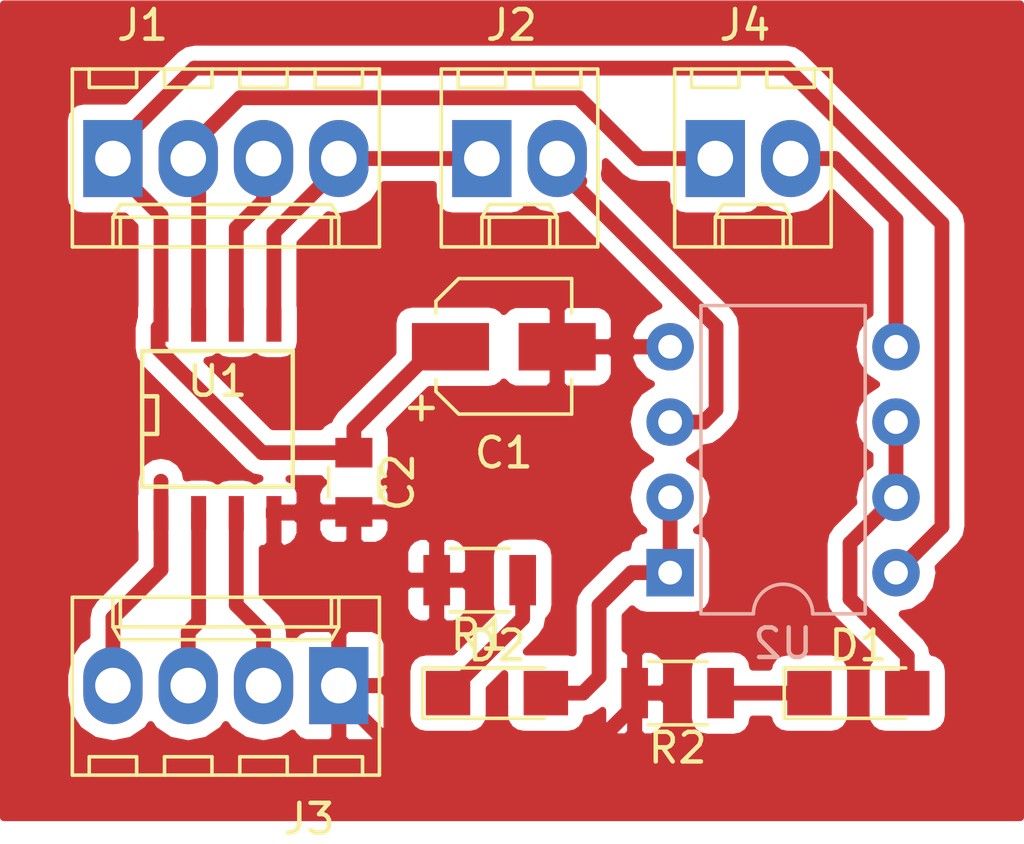
<source format=kicad_pcb>
(kicad_pcb (version 20170123) (host pcbnew "(2017-05-03 revision c70adcdf3)-master")

  (general
    (links 26)
    (no_connects 13)
    (area 16.51 14.5625 51.054001 43.9925)
    (thickness 1.6)
    (drawings 0)
    (tracks 86)
    (zones 0)
    (modules 12)
    (nets 15)
  )

  (page A4)
  (layers
    (0 F.Cu signal)
    (31 B.Cu signal)
    (32 B.Adhes user)
    (33 F.Adhes user)
    (34 B.Paste user)
    (35 F.Paste user)
    (36 B.SilkS user)
    (37 F.SilkS user)
    (38 B.Mask user)
    (39 F.Mask user)
    (40 Dwgs.User user)
    (41 Cmts.User user)
    (42 Eco1.User user)
    (43 Eco2.User user)
    (44 Edge.Cuts user)
    (45 Margin user)
    (46 B.CrtYd user)
    (47 F.CrtYd user)
    (48 B.Fab user)
    (49 F.Fab user)
  )

  (setup
    (last_trace_width 0.5)
    (trace_clearance 0.5)
    (zone_clearance 0.508)
    (zone_45_only no)
    (trace_min 0.2)
    (segment_width 0.2)
    (edge_width 0.15)
    (via_size 1.4)
    (via_drill 0.4)
    (via_min_size 0.4)
    (via_min_drill 0.3)
    (uvia_size 0.3)
    (uvia_drill 0.1)
    (uvias_allowed no)
    (uvia_min_size 0.2)
    (uvia_min_drill 0.1)
    (pcb_text_width 0.3)
    (pcb_text_size 1.5 1.5)
    (mod_edge_width 0.15)
    (mod_text_size 1 1)
    (mod_text_width 0.15)
    (pad_size 1.524 1.524)
    (pad_drill 0.762)
    (pad_to_mask_clearance 0.2)
    (aux_axis_origin 0 0)
    (visible_elements FFFFFF7F)
    (pcbplotparams
      (layerselection 0x00030_ffffffff)
      (usegerberextensions false)
      (excludeedgelayer true)
      (linewidth 0.100000)
      (plotframeref false)
      (viasonmask false)
      (mode 1)
      (useauxorigin false)
      (hpglpennumber 1)
      (hpglpenspeed 20)
      (hpglpendiameter 15)
      (psnegative false)
      (psa4output false)
      (plotreference true)
      (plotvalue true)
      (plotinvisibletext false)
      (padsonsilk false)
      (subtractmaskfromsilk false)
      (outputformat 1)
      (mirror false)
      (drillshape 1)
      (scaleselection 1)
      (outputdirectory ""))
  )

  (net 0 "")
  (net 1 /reset)
  (net 2 GND)
  (net 3 /mosi)
  (net 4 /miso)
  (net 5 /sck)
  (net 6 +3V3)
  (net 7 "Net-(D1-Pad2)")
  (net 8 "Net-(D1-Pad1)")
  (net 9 /adc3)
  (net 10 /adc2)
  (net 11 "Net-(D2-Pad1)")
  (net 12 "Net-(D2-Pad2)")
  (net 13 "Net-(J2-Pad2)")
  (net 14 "Net-(J4-Pad2)")

  (net_class Default "This is the default net class."
    (clearance 0.5)
    (trace_width 0.5)
    (via_dia 1.4)
    (via_drill 0.4)
    (uvia_dia 0.3)
    (uvia_drill 0.1)
    (add_net +3V3)
    (add_net /adc2)
    (add_net /adc3)
    (add_net /miso)
    (add_net /mosi)
    (add_net /reset)
    (add_net /sck)
    (add_net GND)
    (add_net "Net-(D1-Pad1)")
    (add_net "Net-(D1-Pad2)")
    (add_net "Net-(D2-Pad1)")
    (add_net "Net-(D2-Pad2)")
    (add_net "Net-(J2-Pad2)")
    (add_net "Net-(J4-Pad2)")
  )

  (module Connectors_Molex:Molex_KK-6410-02_02x2.54mm_Straight (layer F.Cu) (tedit 58EE6EE4) (tstamp 59300AF5)
    (at 40.64 20.32)
    (descr "Connector Headers with Friction Lock, 22-27-2021, http://www.molex.com/pdm_docs/sd/022272021_sd.pdf")
    (tags "connector molex kk_6410 22-27-2021")
    (path /592F633D)
    (fp_text reference J4 (at 1 -4.5) (layer F.SilkS)
      (effects (font (size 1 1) (thickness 0.15)))
    )
    (fp_text value CONN_01X02 (at 1.27 4.5) (layer F.Fab)
      (effects (font (size 1 1) (thickness 0.15)))
    )
    (fp_line (start -1.47 -3.12) (end -1.47 3.08) (layer F.Fab) (width 0.12))
    (fp_line (start -1.47 3.08) (end 4.01 3.08) (layer F.Fab) (width 0.12))
    (fp_line (start 4.01 3.08) (end 4.01 -3.12) (layer F.Fab) (width 0.12))
    (fp_line (start 4.01 -3.12) (end -1.47 -3.12) (layer F.Fab) (width 0.12))
    (fp_line (start -1.37 -3.02) (end -1.37 2.98) (layer F.SilkS) (width 0.12))
    (fp_line (start -1.37 2.98) (end 3.91 2.98) (layer F.SilkS) (width 0.12))
    (fp_line (start 3.91 2.98) (end 3.91 -3.02) (layer F.SilkS) (width 0.12))
    (fp_line (start 3.91 -3.02) (end -1.37 -3.02) (layer F.SilkS) (width 0.12))
    (fp_line (start 0 2.98) (end 0 1.98) (layer F.SilkS) (width 0.12))
    (fp_line (start 0 1.98) (end 2.54 1.98) (layer F.SilkS) (width 0.12))
    (fp_line (start 2.54 1.98) (end 2.54 2.98) (layer F.SilkS) (width 0.12))
    (fp_line (start 0 1.98) (end 0.25 1.55) (layer F.SilkS) (width 0.12))
    (fp_line (start 0.25 1.55) (end 2.29 1.55) (layer F.SilkS) (width 0.12))
    (fp_line (start 2.29 1.55) (end 2.54 1.98) (layer F.SilkS) (width 0.12))
    (fp_line (start 0.25 2.98) (end 0.25 1.98) (layer F.SilkS) (width 0.12))
    (fp_line (start 2.29 2.98) (end 2.29 1.98) (layer F.SilkS) (width 0.12))
    (fp_line (start -0.8 -3.02) (end -0.8 -2.4) (layer F.SilkS) (width 0.12))
    (fp_line (start -0.8 -2.4) (end 0.8 -2.4) (layer F.SilkS) (width 0.12))
    (fp_line (start 0.8 -2.4) (end 0.8 -3.02) (layer F.SilkS) (width 0.12))
    (fp_line (start 1.74 -3.02) (end 1.74 -2.4) (layer F.SilkS) (width 0.12))
    (fp_line (start 1.74 -2.4) (end 3.34 -2.4) (layer F.SilkS) (width 0.12))
    (fp_line (start 3.34 -2.4) (end 3.34 -3.02) (layer F.SilkS) (width 0.12))
    (fp_line (start -1.9 3.5) (end -1.9 -3.55) (layer F.CrtYd) (width 0.05))
    (fp_line (start -1.9 -3.55) (end 4.45 -3.55) (layer F.CrtYd) (width 0.05))
    (fp_line (start 4.45 -3.55) (end 4.45 3.5) (layer F.CrtYd) (width 0.05))
    (fp_line (start 4.45 3.5) (end -1.9 3.5) (layer F.CrtYd) (width 0.05))
    (fp_text user %R (at 1.27 0) (layer F.Fab)
      (effects (font (size 1 1) (thickness 0.15)))
    )
    (pad 1 thru_hole rect (at 0 0) (size 2 2.6) (drill 1.2) (layers *.Cu *.Mask)
      (net 5 /sck))
    (pad 2 thru_hole oval (at 2.54 0) (size 2 2.6) (drill 1.2) (layers *.Cu *.Mask)
      (net 14 "Net-(J4-Pad2)"))
    (model ${KISYS3DMOD}/Connectors_Molex.3dshapes/Molex_KK-6410-02_02x2.54mm_Straight.wrl
      (at (xyz 0 0 0))
      (scale (xyz 1 1 1))
      (rotate (xyz 0 0 0))
    )
  )

  (module Connectors_Molex:Molex_KK-6410-02_02x2.54mm_Straight (layer F.Cu) (tedit 58EE6EE4) (tstamp 59300A94)
    (at 32.766 20.32)
    (descr "Connector Headers with Friction Lock, 22-27-2021, http://www.molex.com/pdm_docs/sd/022272021_sd.pdf")
    (tags "connector molex kk_6410 22-27-2021")
    (path /592F64D6)
    (fp_text reference J2 (at 1 -4.5) (layer F.SilkS)
      (effects (font (size 1 1) (thickness 0.15)))
    )
    (fp_text value CONN_01X02 (at 1.27 4.5) (layer F.Fab)
      (effects (font (size 1 1) (thickness 0.15)))
    )
    (fp_text user %R (at 1.27 0) (layer F.Fab)
      (effects (font (size 1 1) (thickness 0.15)))
    )
    (fp_line (start 4.45 3.5) (end -1.9 3.5) (layer F.CrtYd) (width 0.05))
    (fp_line (start 4.45 -3.55) (end 4.45 3.5) (layer F.CrtYd) (width 0.05))
    (fp_line (start -1.9 -3.55) (end 4.45 -3.55) (layer F.CrtYd) (width 0.05))
    (fp_line (start -1.9 3.5) (end -1.9 -3.55) (layer F.CrtYd) (width 0.05))
    (fp_line (start 3.34 -2.4) (end 3.34 -3.02) (layer F.SilkS) (width 0.12))
    (fp_line (start 1.74 -2.4) (end 3.34 -2.4) (layer F.SilkS) (width 0.12))
    (fp_line (start 1.74 -3.02) (end 1.74 -2.4) (layer F.SilkS) (width 0.12))
    (fp_line (start 0.8 -2.4) (end 0.8 -3.02) (layer F.SilkS) (width 0.12))
    (fp_line (start -0.8 -2.4) (end 0.8 -2.4) (layer F.SilkS) (width 0.12))
    (fp_line (start -0.8 -3.02) (end -0.8 -2.4) (layer F.SilkS) (width 0.12))
    (fp_line (start 2.29 2.98) (end 2.29 1.98) (layer F.SilkS) (width 0.12))
    (fp_line (start 0.25 2.98) (end 0.25 1.98) (layer F.SilkS) (width 0.12))
    (fp_line (start 2.29 1.55) (end 2.54 1.98) (layer F.SilkS) (width 0.12))
    (fp_line (start 0.25 1.55) (end 2.29 1.55) (layer F.SilkS) (width 0.12))
    (fp_line (start 0 1.98) (end 0.25 1.55) (layer F.SilkS) (width 0.12))
    (fp_line (start 2.54 1.98) (end 2.54 2.98) (layer F.SilkS) (width 0.12))
    (fp_line (start 0 1.98) (end 2.54 1.98) (layer F.SilkS) (width 0.12))
    (fp_line (start 0 2.98) (end 0 1.98) (layer F.SilkS) (width 0.12))
    (fp_line (start 3.91 -3.02) (end -1.37 -3.02) (layer F.SilkS) (width 0.12))
    (fp_line (start 3.91 2.98) (end 3.91 -3.02) (layer F.SilkS) (width 0.12))
    (fp_line (start -1.37 2.98) (end 3.91 2.98) (layer F.SilkS) (width 0.12))
    (fp_line (start -1.37 -3.02) (end -1.37 2.98) (layer F.SilkS) (width 0.12))
    (fp_line (start 4.01 -3.12) (end -1.47 -3.12) (layer F.Fab) (width 0.12))
    (fp_line (start 4.01 3.08) (end 4.01 -3.12) (layer F.Fab) (width 0.12))
    (fp_line (start -1.47 3.08) (end 4.01 3.08) (layer F.Fab) (width 0.12))
    (fp_line (start -1.47 -3.12) (end -1.47 3.08) (layer F.Fab) (width 0.12))
    (pad 2 thru_hole oval (at 2.54 0) (size 2 2.6) (drill 1.2) (layers *.Cu *.Mask)
      (net 13 "Net-(J2-Pad2)"))
    (pad 1 thru_hole rect (at 0 0) (size 2 2.6) (drill 1.2) (layers *.Cu *.Mask)
      (net 3 /mosi))
    (model ${KISYS3DMOD}/Connectors_Molex.3dshapes/Molex_KK-6410-02_02x2.54mm_Straight.wrl
      (at (xyz 0 0 0))
      (scale (xyz 1 1 1))
      (rotate (xyz 0 0 0))
    )
  )

  (module Housings_DIP:DIP-8_W7.62mm (layer B.Cu) (tedit 58CC8E33) (tstamp 5930099D)
    (at 39.116 34.29)
    (descr "8-lead dip package, row spacing 7.62 mm (300 mils)")
    (tags "DIL DIP PDIP 2.54mm 7.62mm 300mil")
    (path /592F435A)
    (fp_text reference U2 (at 3.81 2.39) (layer B.SilkS)
      (effects (font (size 1 1) (thickness 0.15)) (justify mirror))
    )
    (fp_text value TL072 (at 3.81 -10.01) (layer B.Fab)
      (effects (font (size 1 1) (thickness 0.15)) (justify mirror))
    )
    (fp_arc (start 3.81 1.39) (end 2.81 1.39) (angle 180) (layer B.SilkS) (width 0.12))
    (fp_line (start 8.7 1.6) (end -1.1 1.6) (layer B.CrtYd) (width 0.05))
    (fp_line (start 8.7 -9.2) (end 8.7 1.6) (layer B.CrtYd) (width 0.05))
    (fp_line (start -1.1 -9.2) (end 8.7 -9.2) (layer B.CrtYd) (width 0.05))
    (fp_line (start -1.1 1.6) (end -1.1 -9.2) (layer B.CrtYd) (width 0.05))
    (fp_line (start 6.58 1.39) (end 4.81 1.39) (layer B.SilkS) (width 0.12))
    (fp_line (start 6.58 -9.01) (end 6.58 1.39) (layer B.SilkS) (width 0.12))
    (fp_line (start 1.04 -9.01) (end 6.58 -9.01) (layer B.SilkS) (width 0.12))
    (fp_line (start 1.04 1.39) (end 1.04 -9.01) (layer B.SilkS) (width 0.12))
    (fp_line (start 2.81 1.39) (end 1.04 1.39) (layer B.SilkS) (width 0.12))
    (fp_line (start 0.635 0.27) (end 1.635 1.27) (layer B.Fab) (width 0.1))
    (fp_line (start 0.635 -8.89) (end 0.635 0.27) (layer B.Fab) (width 0.1))
    (fp_line (start 6.985 -8.89) (end 0.635 -8.89) (layer B.Fab) (width 0.1))
    (fp_line (start 6.985 1.27) (end 6.985 -8.89) (layer B.Fab) (width 0.1))
    (fp_line (start 1.635 1.27) (end 6.985 1.27) (layer B.Fab) (width 0.1))
    (fp_text user %R (at 3.81 -3.81) (layer B.Fab)
      (effects (font (size 1 1) (thickness 0.15)) (justify mirror))
    )
    (pad 8 thru_hole oval (at 7.62 0) (size 1.6 1.6) (drill 0.8) (layers *.Cu *.Mask)
      (net 6 +3V3))
    (pad 4 thru_hole oval (at 0 -7.62) (size 1.6 1.6) (drill 0.8) (layers *.Cu *.Mask)
      (net 2 GND))
    (pad 7 thru_hole oval (at 7.62 -2.54) (size 1.6 1.6) (drill 0.8) (layers *.Cu *.Mask)
      (net 7 "Net-(D1-Pad2)"))
    (pad 3 thru_hole oval (at 0 -5.08) (size 1.6 1.6) (drill 0.8) (layers *.Cu *.Mask)
      (net 13 "Net-(J2-Pad2)"))
    (pad 6 thru_hole oval (at 7.62 -5.08) (size 1.6 1.6) (drill 0.8) (layers *.Cu *.Mask)
      (net 7 "Net-(D1-Pad2)"))
    (pad 2 thru_hole oval (at 0 -2.54) (size 1.6 1.6) (drill 0.8) (layers *.Cu *.Mask)
      (net 12 "Net-(D2-Pad2)"))
    (pad 5 thru_hole oval (at 7.62 -7.62) (size 1.6 1.6) (drill 0.8) (layers *.Cu *.Mask)
      (net 14 "Net-(J4-Pad2)"))
    (pad 1 thru_hole rect (at 0 0) (size 1.6 1.6) (drill 0.8) (layers *.Cu *.Mask)
      (net 12 "Net-(D2-Pad2)"))
    (model ${KISYS3DMOD}/Housings_DIP.3dshapes/DIP-8_W7.62mm.wrl
      (at (xyz 0 0 0))
      (scale (xyz 1 1 1))
      (rotate (xyz 0 0 0))
    )
  )

  (module LEDs:LED_1206 (layer F.Cu) (tedit 57FE943C) (tstamp 592F99B7)
    (at 33.274 38.354)
    (descr "LED 1206 smd package")
    (tags "LED led 1206 SMD smd SMT smt smdled SMDLED smtled SMTLED")
    (path /592F5A2B)
    (attr smd)
    (fp_text reference D2 (at 0 -1.6) (layer F.SilkS)
      (effects (font (size 1 1) (thickness 0.15)))
    )
    (fp_text value LED (at 0 1.7) (layer F.Fab)
      (effects (font (size 1 1) (thickness 0.15)))
    )
    (fp_line (start -2.65 -1) (end 2.65 -1) (layer F.CrtYd) (width 0.05))
    (fp_line (start -2.65 1) (end -2.65 -1) (layer F.CrtYd) (width 0.05))
    (fp_line (start 2.65 1) (end -2.65 1) (layer F.CrtYd) (width 0.05))
    (fp_line (start 2.65 -1) (end 2.65 1) (layer F.CrtYd) (width 0.05))
    (fp_line (start -2.45 -0.85) (end 1.6 -0.85) (layer F.SilkS) (width 0.12))
    (fp_line (start -2.45 0.85) (end 1.6 0.85) (layer F.SilkS) (width 0.12))
    (fp_line (start -1.6 0.8) (end -1.6 -0.8) (layer F.Fab) (width 0.1))
    (fp_line (start -1.6 -0.8) (end 1.6 -0.8) (layer F.Fab) (width 0.1))
    (fp_line (start 1.6 -0.8) (end 1.6 0.8) (layer F.Fab) (width 0.1))
    (fp_line (start 1.6 0.8) (end -1.6 0.8) (layer F.Fab) (width 0.1))
    (fp_line (start 0.2 -0.4) (end 0.2 0.4) (layer F.Fab) (width 0.1))
    (fp_line (start 0.2 0.4) (end -0.4 0) (layer F.Fab) (width 0.1))
    (fp_line (start -0.4 0) (end 0.2 -0.4) (layer F.Fab) (width 0.1))
    (fp_line (start -0.45 -0.4) (end -0.45 0.4) (layer F.Fab) (width 0.1))
    (fp_line (start -2.5 -0.85) (end -2.5 0.85) (layer F.SilkS) (width 0.12))
    (pad 1 smd rect (at -1.65 0 180) (size 1.5 1.5) (layers F.Cu F.Paste F.Mask)
      (net 11 "Net-(D2-Pad1)"))
    (pad 2 smd rect (at 1.65 0 180) (size 1.5 1.5) (layers F.Cu F.Paste F.Mask)
      (net 12 "Net-(D2-Pad2)"))
    (model LEDs.3dshapes/LED_1206.wrl
      (at (xyz 0 0 0))
      (scale (xyz 1 1 1))
      (rotate (xyz 0 0 180))
    )
  )

  (module Connectors_Molex:Molex_KK-6410-04_04x2.54mm_Straight (layer F.Cu) (tedit 58EE6EE8) (tstamp 592DDC29)
    (at 27.94 38.1 180)
    (descr "Connector Headers with Friction Lock, 22-27-2041, http://www.molex.com/pdm_docs/sd/022272021_sd.pdf")
    (tags "connector molex kk_6410 22-27-2041")
    (path /592A095B)
    (fp_text reference J3 (at 1 -4.5 180) (layer F.SilkS)
      (effects (font (size 1 1) (thickness 0.15)))
    )
    (fp_text value CONN_01X04 (at 3.81 4.5 180) (layer F.Fab)
      (effects (font (size 1 1) (thickness 0.15)))
    )
    (fp_text user %R (at 3.81 0 180) (layer F.Fab)
      (effects (font (size 1 1) (thickness 0.15)))
    )
    (fp_line (start 9.5 3.5) (end -1.9 3.5) (layer F.CrtYd) (width 0.05))
    (fp_line (start 9.5 -3.55) (end 9.5 3.5) (layer F.CrtYd) (width 0.05))
    (fp_line (start -1.9 -3.55) (end 9.5 -3.55) (layer F.CrtYd) (width 0.05))
    (fp_line (start -1.9 3.5) (end -1.9 -3.55) (layer F.CrtYd) (width 0.05))
    (fp_line (start 8.42 -2.4) (end 8.42 -3.02) (layer F.SilkS) (width 0.12))
    (fp_line (start 6.82 -2.4) (end 8.42 -2.4) (layer F.SilkS) (width 0.12))
    (fp_line (start 6.82 -3.02) (end 6.82 -2.4) (layer F.SilkS) (width 0.12))
    (fp_line (start 5.88 -2.4) (end 5.88 -3.02) (layer F.SilkS) (width 0.12))
    (fp_line (start 4.28 -2.4) (end 5.88 -2.4) (layer F.SilkS) (width 0.12))
    (fp_line (start 4.28 -3.02) (end 4.28 -2.4) (layer F.SilkS) (width 0.12))
    (fp_line (start 3.34 -2.4) (end 3.34 -3.02) (layer F.SilkS) (width 0.12))
    (fp_line (start 1.74 -2.4) (end 3.34 -2.4) (layer F.SilkS) (width 0.12))
    (fp_line (start 1.74 -3.02) (end 1.74 -2.4) (layer F.SilkS) (width 0.12))
    (fp_line (start 0.8 -2.4) (end 0.8 -3.02) (layer F.SilkS) (width 0.12))
    (fp_line (start -0.8 -2.4) (end 0.8 -2.4) (layer F.SilkS) (width 0.12))
    (fp_line (start -0.8 -3.02) (end -0.8 -2.4) (layer F.SilkS) (width 0.12))
    (fp_line (start 7.37 2.98) (end 7.37 1.98) (layer F.SilkS) (width 0.12))
    (fp_line (start 0.25 2.98) (end 0.25 1.98) (layer F.SilkS) (width 0.12))
    (fp_line (start 7.37 1.55) (end 7.62 1.98) (layer F.SilkS) (width 0.12))
    (fp_line (start 0.25 1.55) (end 7.37 1.55) (layer F.SilkS) (width 0.12))
    (fp_line (start 0 1.98) (end 0.25 1.55) (layer F.SilkS) (width 0.12))
    (fp_line (start 7.62 1.98) (end 7.62 2.98) (layer F.SilkS) (width 0.12))
    (fp_line (start 0 1.98) (end 7.62 1.98) (layer F.SilkS) (width 0.12))
    (fp_line (start 0 2.98) (end 0 1.98) (layer F.SilkS) (width 0.12))
    (fp_line (start 8.99 -3.02) (end -1.37 -3.02) (layer F.SilkS) (width 0.12))
    (fp_line (start 8.99 2.98) (end 8.99 -3.02) (layer F.SilkS) (width 0.12))
    (fp_line (start -1.37 2.98) (end 8.99 2.98) (layer F.SilkS) (width 0.12))
    (fp_line (start -1.37 -3.02) (end -1.37 2.98) (layer F.SilkS) (width 0.12))
    (fp_line (start 9.09 -3.12) (end -1.47 -3.12) (layer F.Fab) (width 0.12))
    (fp_line (start 9.09 3.08) (end 9.09 -3.12) (layer F.Fab) (width 0.12))
    (fp_line (start -1.47 3.08) (end 9.09 3.08) (layer F.Fab) (width 0.12))
    (fp_line (start -1.47 -3.12) (end -1.47 3.08) (layer F.Fab) (width 0.12))
    (pad 4 thru_hole oval (at 7.62 0 180) (size 2 2.6) (drill 1.2) (layers *.Cu *.Mask)
      (net 1 /reset))
    (pad 3 thru_hole oval (at 5.08 0 180) (size 2 2.6) (drill 1.2) (layers *.Cu *.Mask)
      (net 9 /adc3))
    (pad 2 thru_hole oval (at 2.54 0 180) (size 2 2.6) (drill 1.2) (layers *.Cu *.Mask)
      (net 10 /adc2))
    (pad 1 thru_hole rect (at 0 0 180) (size 2 2.6) (drill 1.2) (layers *.Cu *.Mask)
      (net 2 GND))
    (model ${KISYS3DMOD}/Connectors_Molex.3dshapes/Molex_KK-6410-04_04x2.54mm_Straight.wrl
      (at (xyz 0 0 0))
      (scale (xyz 1 1 1))
      (rotate (xyz 0 0 0))
    )
  )

  (module Connectors_Molex:Molex_KK-6410-04_04x2.54mm_Straight (layer F.Cu) (tedit 58EE6EE8) (tstamp 592DD542)
    (at 20.32 20.32)
    (descr "Connector Headers with Friction Lock, 22-27-2041, http://www.molex.com/pdm_docs/sd/022272021_sd.pdf")
    (tags "connector molex kk_6410 22-27-2041")
    (path /592A074B)
    (fp_text reference J1 (at 1 -4.5) (layer F.SilkS)
      (effects (font (size 1 1) (thickness 0.15)))
    )
    (fp_text value CONN_01X04 (at 3.81 4.5) (layer F.Fab)
      (effects (font (size 1 1) (thickness 0.15)))
    )
    (fp_text user %R (at 3.81 0) (layer F.Fab)
      (effects (font (size 1 1) (thickness 0.15)))
    )
    (fp_line (start 9.5 3.5) (end -1.9 3.5) (layer F.CrtYd) (width 0.05))
    (fp_line (start 9.5 -3.55) (end 9.5 3.5) (layer F.CrtYd) (width 0.05))
    (fp_line (start -1.9 -3.55) (end 9.5 -3.55) (layer F.CrtYd) (width 0.05))
    (fp_line (start -1.9 3.5) (end -1.9 -3.55) (layer F.CrtYd) (width 0.05))
    (fp_line (start 8.42 -2.4) (end 8.42 -3.02) (layer F.SilkS) (width 0.12))
    (fp_line (start 6.82 -2.4) (end 8.42 -2.4) (layer F.SilkS) (width 0.12))
    (fp_line (start 6.82 -3.02) (end 6.82 -2.4) (layer F.SilkS) (width 0.12))
    (fp_line (start 5.88 -2.4) (end 5.88 -3.02) (layer F.SilkS) (width 0.12))
    (fp_line (start 4.28 -2.4) (end 5.88 -2.4) (layer F.SilkS) (width 0.12))
    (fp_line (start 4.28 -3.02) (end 4.28 -2.4) (layer F.SilkS) (width 0.12))
    (fp_line (start 3.34 -2.4) (end 3.34 -3.02) (layer F.SilkS) (width 0.12))
    (fp_line (start 1.74 -2.4) (end 3.34 -2.4) (layer F.SilkS) (width 0.12))
    (fp_line (start 1.74 -3.02) (end 1.74 -2.4) (layer F.SilkS) (width 0.12))
    (fp_line (start 0.8 -2.4) (end 0.8 -3.02) (layer F.SilkS) (width 0.12))
    (fp_line (start -0.8 -2.4) (end 0.8 -2.4) (layer F.SilkS) (width 0.12))
    (fp_line (start -0.8 -3.02) (end -0.8 -2.4) (layer F.SilkS) (width 0.12))
    (fp_line (start 7.37 2.98) (end 7.37 1.98) (layer F.SilkS) (width 0.12))
    (fp_line (start 0.25 2.98) (end 0.25 1.98) (layer F.SilkS) (width 0.12))
    (fp_line (start 7.37 1.55) (end 7.62 1.98) (layer F.SilkS) (width 0.12))
    (fp_line (start 0.25 1.55) (end 7.37 1.55) (layer F.SilkS) (width 0.12))
    (fp_line (start 0 1.98) (end 0.25 1.55) (layer F.SilkS) (width 0.12))
    (fp_line (start 7.62 1.98) (end 7.62 2.98) (layer F.SilkS) (width 0.12))
    (fp_line (start 0 1.98) (end 7.62 1.98) (layer F.SilkS) (width 0.12))
    (fp_line (start 0 2.98) (end 0 1.98) (layer F.SilkS) (width 0.12))
    (fp_line (start 8.99 -3.02) (end -1.37 -3.02) (layer F.SilkS) (width 0.12))
    (fp_line (start 8.99 2.98) (end 8.99 -3.02) (layer F.SilkS) (width 0.12))
    (fp_line (start -1.37 2.98) (end 8.99 2.98) (layer F.SilkS) (width 0.12))
    (fp_line (start -1.37 -3.02) (end -1.37 2.98) (layer F.SilkS) (width 0.12))
    (fp_line (start 9.09 -3.12) (end -1.47 -3.12) (layer F.Fab) (width 0.12))
    (fp_line (start 9.09 3.08) (end 9.09 -3.12) (layer F.Fab) (width 0.12))
    (fp_line (start -1.47 3.08) (end 9.09 3.08) (layer F.Fab) (width 0.12))
    (fp_line (start -1.47 -3.12) (end -1.47 3.08) (layer F.Fab) (width 0.12))
    (pad 4 thru_hole oval (at 7.62 0) (size 2 2.6) (drill 1.2) (layers *.Cu *.Mask)
      (net 3 /mosi))
    (pad 3 thru_hole oval (at 5.08 0) (size 2 2.6) (drill 1.2) (layers *.Cu *.Mask)
      (net 4 /miso))
    (pad 2 thru_hole oval (at 2.54 0) (size 2 2.6) (drill 1.2) (layers *.Cu *.Mask)
      (net 5 /sck))
    (pad 1 thru_hole rect (at 0 0) (size 2 2.6) (drill 1.2) (layers *.Cu *.Mask)
      (net 6 +3V3))
    (model ${KISYS3DMOD}/Connectors_Molex.3dshapes/Molex_KK-6410-04_04x2.54mm_Straight.wrl
      (at (xyz 0 0 0))
      (scale (xyz 1 1 1))
      (rotate (xyz 0 0 0))
    )
  )

  (module Capacitors_SMD:CP_Elec_4x4.5 (layer F.Cu) (tedit 58AA85E3) (tstamp 592CEF3F)
    (at 33.506 26.67)
    (descr "SMT capacitor, aluminium electrolytic, 4x4.5")
    (path /5929F521)
    (attr smd)
    (fp_text reference C1 (at 0 3.58 180) (layer F.SilkS)
      (effects (font (size 1 1) (thickness 0.15)))
    )
    (fp_text value 4.7u (at 0 -3.45 180) (layer F.Fab)
      (effects (font (size 1 1) (thickness 0.15)))
    )
    (fp_line (start 3.35 2.37) (end -3.35 2.37) (layer F.CrtYd) (width 0.05))
    (fp_line (start 3.35 2.37) (end 3.35 -2.4) (layer F.CrtYd) (width 0.05))
    (fp_line (start -3.35 -2.4) (end -3.35 2.37) (layer F.CrtYd) (width 0.05))
    (fp_line (start -3.35 -2.4) (end 3.35 -2.4) (layer F.CrtYd) (width 0.05))
    (fp_line (start -1.52 2.27) (end -2.29 1.51) (layer F.SilkS) (width 0.12))
    (fp_line (start -1.52 2.27) (end 2.29 2.27) (layer F.SilkS) (width 0.12))
    (fp_line (start -1.52 -2.3) (end -2.29 -1.54) (layer F.SilkS) (width 0.12))
    (fp_line (start -1.52 -2.3) (end 2.29 -2.3) (layer F.SilkS) (width 0.12))
    (fp_line (start -2.29 -1.54) (end -2.29 -1.13) (layer F.SilkS) (width 0.12))
    (fp_line (start -2.29 1.51) (end -2.29 1.1) (layer F.SilkS) (width 0.12))
    (fp_line (start 2.29 2.27) (end 2.29 1.1) (layer F.SilkS) (width 0.12))
    (fp_line (start 2.29 -2.3) (end 2.29 -1.13) (layer F.SilkS) (width 0.12))
    (fp_line (start 2.13 -2.15) (end -1.46 -2.15) (layer F.Fab) (width 0.1))
    (fp_line (start -1.46 -2.15) (end -2.13 -1.47) (layer F.Fab) (width 0.1))
    (fp_line (start -2.13 -1.47) (end -2.13 1.45) (layer F.Fab) (width 0.1))
    (fp_line (start -2.13 1.45) (end -1.46 2.12) (layer F.Fab) (width 0.1))
    (fp_line (start -1.46 2.12) (end 2.13 2.12) (layer F.Fab) (width 0.1))
    (fp_line (start 2.13 2.12) (end 2.13 -2.15) (layer F.Fab) (width 0.1))
    (fp_text user %R (at 0 3.58 180) (layer F.Fab)
      (effects (font (size 1 1) (thickness 0.15)))
    )
    (fp_text user + (at -2.78 1.99 180) (layer F.SilkS)
      (effects (font (size 1 1) (thickness 0.15)))
    )
    (fp_text user + (at -1.24 -0.08) (layer F.Fab)
      (effects (font (size 1 1) (thickness 0.15)))
    )
    (fp_circle (center 0 0) (end 0.1 2.1) (layer F.Fab) (width 0.1))
    (pad 2 smd rect (at 1.8 0 180) (size 2.6 1.6) (layers F.Cu F.Paste F.Mask)
      (net 2 GND))
    (pad 1 smd rect (at -1.8 0 180) (size 2.6 1.6) (layers F.Cu F.Paste F.Mask)
      (net 6 +3V3))
    (model Capacitors_SMD.3dshapes/CP_Elec_4x4.5.wrl
      (at (xyz 0 0 0))
      (scale (xyz 1 1 1))
      (rotate (xyz 0 0 180))
    )
  )

  (module Capacitors_SMD:C_0805 (layer F.Cu) (tedit 58AA8463) (tstamp 592CEF03)
    (at 28.448 31.242 270)
    (descr "Capacitor SMD 0805, reflow soldering, AVX (see smccp.pdf)")
    (tags "capacitor 0805")
    (path /5929F748)
    (attr smd)
    (fp_text reference C2 (at 0 -1.5 270) (layer F.SilkS)
      (effects (font (size 1 1) (thickness 0.15)))
    )
    (fp_text value 0.1u (at 0 1.75 270) (layer F.Fab)
      (effects (font (size 1 1) (thickness 0.15)))
    )
    (fp_line (start 1.75 0.87) (end -1.75 0.87) (layer F.CrtYd) (width 0.05))
    (fp_line (start 1.75 0.87) (end 1.75 -0.88) (layer F.CrtYd) (width 0.05))
    (fp_line (start -1.75 -0.88) (end -1.75 0.87) (layer F.CrtYd) (width 0.05))
    (fp_line (start -1.75 -0.88) (end 1.75 -0.88) (layer F.CrtYd) (width 0.05))
    (fp_line (start -0.5 0.85) (end 0.5 0.85) (layer F.SilkS) (width 0.12))
    (fp_line (start 0.5 -0.85) (end -0.5 -0.85) (layer F.SilkS) (width 0.12))
    (fp_line (start -1 -0.62) (end 1 -0.62) (layer F.Fab) (width 0.1))
    (fp_line (start 1 -0.62) (end 1 0.62) (layer F.Fab) (width 0.1))
    (fp_line (start 1 0.62) (end -1 0.62) (layer F.Fab) (width 0.1))
    (fp_line (start -1 0.62) (end -1 -0.62) (layer F.Fab) (width 0.1))
    (fp_text user %R (at 0 -1.5 270) (layer F.Fab)
      (effects (font (size 1 1) (thickness 0.15)))
    )
    (pad 2 smd rect (at 1 0 270) (size 1 1.25) (layers F.Cu F.Paste F.Mask)
      (net 2 GND))
    (pad 1 smd rect (at -1 0 270) (size 1 1.25) (layers F.Cu F.Paste F.Mask)
      (net 6 +3V3))
    (model Capacitors_SMD.3dshapes/C_0805.wrl
      (at (xyz 0 0 0))
      (scale (xyz 1 1 1))
      (rotate (xyz 0 0 0))
    )
  )

  (module LEDs:LED_1206 (layer F.Cu) (tedit 57FE943C) (tstamp 592C7EEB)
    (at 45.466 38.354)
    (descr "LED 1206 smd package")
    (tags "LED led 1206 SMD smd SMT smt smdled SMDLED smtled SMTLED")
    (path /5929E3D9)
    (attr smd)
    (fp_text reference D1 (at 0 -1.6) (layer F.SilkS)
      (effects (font (size 1 1) (thickness 0.15)))
    )
    (fp_text value LED (at 0 1.7) (layer F.Fab)
      (effects (font (size 1 1) (thickness 0.15)))
    )
    (fp_line (start -2.65 -1) (end 2.65 -1) (layer F.CrtYd) (width 0.05))
    (fp_line (start -2.65 1) (end -2.65 -1) (layer F.CrtYd) (width 0.05))
    (fp_line (start 2.65 1) (end -2.65 1) (layer F.CrtYd) (width 0.05))
    (fp_line (start 2.65 -1) (end 2.65 1) (layer F.CrtYd) (width 0.05))
    (fp_line (start -2.45 -0.85) (end 1.6 -0.85) (layer F.SilkS) (width 0.12))
    (fp_line (start -2.45 0.85) (end 1.6 0.85) (layer F.SilkS) (width 0.12))
    (fp_line (start -1.6 0.8) (end -1.6 -0.8) (layer F.Fab) (width 0.1))
    (fp_line (start -1.6 -0.8) (end 1.6 -0.8) (layer F.Fab) (width 0.1))
    (fp_line (start 1.6 -0.8) (end 1.6 0.8) (layer F.Fab) (width 0.1))
    (fp_line (start 1.6 0.8) (end -1.6 0.8) (layer F.Fab) (width 0.1))
    (fp_line (start 0.2 -0.4) (end 0.2 0.4) (layer F.Fab) (width 0.1))
    (fp_line (start 0.2 0.4) (end -0.4 0) (layer F.Fab) (width 0.1))
    (fp_line (start -0.4 0) (end 0.2 -0.4) (layer F.Fab) (width 0.1))
    (fp_line (start -0.45 -0.4) (end -0.45 0.4) (layer F.Fab) (width 0.1))
    (fp_line (start -2.5 -0.85) (end -2.5 0.85) (layer F.SilkS) (width 0.12))
    (pad 1 smd rect (at -1.65 0 180) (size 1.5 1.5) (layers F.Cu F.Paste F.Mask)
      (net 8 "Net-(D1-Pad1)"))
    (pad 2 smd rect (at 1.65 0 180) (size 1.5 1.5) (layers F.Cu F.Paste F.Mask)
      (net 7 "Net-(D1-Pad2)"))
    (model LEDs.3dshapes/LED_1206.wrl
      (at (xyz 0 0 0))
      (scale (xyz 1 1 1))
      (rotate (xyz 0 0 180))
    )
  )

  (module Resistors_SMD:R_1206 (layer F.Cu) (tedit 58E0A804) (tstamp 592C7EB6)
    (at 39.37 38.354 180)
    (descr "Resistor SMD 1206, reflow soldering, Vishay (see dcrcw.pdf)")
    (tags "resistor 1206")
    (path /5929E476)
    (attr smd)
    (fp_text reference R2 (at 0 -1.85 180) (layer F.SilkS)
      (effects (font (size 1 1) (thickness 0.15)))
    )
    (fp_text value 220 (at 0 1.95 180) (layer F.Fab)
      (effects (font (size 1 1) (thickness 0.15)))
    )
    (fp_text user %R (at 0 0 180) (layer F.Fab)
      (effects (font (size 0.7 0.7) (thickness 0.105)))
    )
    (fp_line (start -1.6 0.8) (end -1.6 -0.8) (layer F.Fab) (width 0.1))
    (fp_line (start 1.6 0.8) (end -1.6 0.8) (layer F.Fab) (width 0.1))
    (fp_line (start 1.6 -0.8) (end 1.6 0.8) (layer F.Fab) (width 0.1))
    (fp_line (start -1.6 -0.8) (end 1.6 -0.8) (layer F.Fab) (width 0.1))
    (fp_line (start 1 1.07) (end -1 1.07) (layer F.SilkS) (width 0.12))
    (fp_line (start -1 -1.07) (end 1 -1.07) (layer F.SilkS) (width 0.12))
    (fp_line (start -2.15 -1.11) (end 2.15 -1.11) (layer F.CrtYd) (width 0.05))
    (fp_line (start -2.15 -1.11) (end -2.15 1.1) (layer F.CrtYd) (width 0.05))
    (fp_line (start 2.15 1.1) (end 2.15 -1.11) (layer F.CrtYd) (width 0.05))
    (fp_line (start 2.15 1.1) (end -2.15 1.1) (layer F.CrtYd) (width 0.05))
    (pad 1 smd rect (at -1.45 0 180) (size 0.9 1.7) (layers F.Cu F.Paste F.Mask)
      (net 8 "Net-(D1-Pad1)"))
    (pad 2 smd rect (at 1.45 0 180) (size 0.9 1.7) (layers F.Cu F.Paste F.Mask)
      (net 2 GND))
    (model ${KISYS3DMOD}/Resistors_SMD.3dshapes/R_1206.wrl
      (at (xyz 0 0 0))
      (scale (xyz 1 1 1))
      (rotate (xyz 0 0 0))
    )
  )

  (module Resistors_SMD:R_1206 (layer F.Cu) (tedit 58E0A804) (tstamp 592C7E85)
    (at 32.692 34.544 180)
    (descr "Resistor SMD 1206, reflow soldering, Vishay (see dcrcw.pdf)")
    (tags "resistor 1206")
    (path /592F5A31)
    (attr smd)
    (fp_text reference R1 (at 0 -1.85 180) (layer F.SilkS)
      (effects (font (size 1 1) (thickness 0.15)))
    )
    (fp_text value 220 (at 0 1.95 180) (layer F.Fab)
      (effects (font (size 1 1) (thickness 0.15)))
    )
    (fp_line (start 2.15 1.1) (end -2.15 1.1) (layer F.CrtYd) (width 0.05))
    (fp_line (start 2.15 1.1) (end 2.15 -1.11) (layer F.CrtYd) (width 0.05))
    (fp_line (start -2.15 -1.11) (end -2.15 1.1) (layer F.CrtYd) (width 0.05))
    (fp_line (start -2.15 -1.11) (end 2.15 -1.11) (layer F.CrtYd) (width 0.05))
    (fp_line (start -1 -1.07) (end 1 -1.07) (layer F.SilkS) (width 0.12))
    (fp_line (start 1 1.07) (end -1 1.07) (layer F.SilkS) (width 0.12))
    (fp_line (start -1.6 -0.8) (end 1.6 -0.8) (layer F.Fab) (width 0.1))
    (fp_line (start 1.6 -0.8) (end 1.6 0.8) (layer F.Fab) (width 0.1))
    (fp_line (start 1.6 0.8) (end -1.6 0.8) (layer F.Fab) (width 0.1))
    (fp_line (start -1.6 0.8) (end -1.6 -0.8) (layer F.Fab) (width 0.1))
    (fp_text user %R (at 0 0 180) (layer F.Fab)
      (effects (font (size 0.7 0.7) (thickness 0.105)))
    )
    (pad 2 smd rect (at 1.45 0 180) (size 0.9 1.7) (layers F.Cu F.Paste F.Mask)
      (net 2 GND))
    (pad 1 smd rect (at -1.45 0 180) (size 0.9 1.7) (layers F.Cu F.Paste F.Mask)
      (net 11 "Net-(D2-Pad1)"))
    (model ${KISYS3DMOD}/Resistors_SMD.3dshapes/R_1206.wrl
      (at (xyz 0 0 0))
      (scale (xyz 1 1 1))
      (rotate (xyz 0 0 0))
    )
  )

  (module SMD_Packages:SOIC-8-N (layer F.Cu) (tedit 0) (tstamp 592C7E50)
    (at 23.845952 29.1025)
    (descr "Module Narrow CMS SOJ 8 pins large")
    (tags "CMS SOJ")
    (path /5929DFA9)
    (attr smd)
    (fp_text reference U1 (at 0 -1.27) (layer F.SilkS)
      (effects (font (size 1 1) (thickness 0.15)))
    )
    (fp_text value ATTINY13A-SU (at 0 1.27) (layer F.Fab)
      (effects (font (size 1 1) (thickness 0.15)))
    )
    (fp_line (start -2.032 0.508) (end -2.54 0.508) (layer F.SilkS) (width 0.15))
    (fp_line (start -2.032 -0.762) (end -2.032 0.508) (layer F.SilkS) (width 0.15))
    (fp_line (start -2.54 -0.762) (end -2.032 -0.762) (layer F.SilkS) (width 0.15))
    (fp_line (start -2.54 2.286) (end -2.54 -2.286) (layer F.SilkS) (width 0.15))
    (fp_line (start 2.54 2.286) (end -2.54 2.286) (layer F.SilkS) (width 0.15))
    (fp_line (start 2.54 -2.286) (end 2.54 2.286) (layer F.SilkS) (width 0.15))
    (fp_line (start -2.54 -2.286) (end 2.54 -2.286) (layer F.SilkS) (width 0.15))
    (pad 1 smd rect (at -1.905 3.175) (size 0.508 1.143) (layers F.Cu F.Paste F.Mask)
      (net 1 /reset))
    (pad 2 smd rect (at -0.635 3.175) (size 0.508 1.143) (layers F.Cu F.Paste F.Mask)
      (net 9 /adc3))
    (pad 3 smd rect (at 0.635 3.175) (size 0.508 1.143) (layers F.Cu F.Paste F.Mask)
      (net 10 /adc2))
    (pad 4 smd rect (at 1.905 3.175) (size 0.508 1.143) (layers F.Cu F.Paste F.Mask)
      (net 2 GND))
    (pad 5 smd rect (at 1.905 -3.175) (size 0.508 1.143) (layers F.Cu F.Paste F.Mask)
      (net 3 /mosi))
    (pad 6 smd rect (at 0.635 -3.175) (size 0.508 1.143) (layers F.Cu F.Paste F.Mask)
      (net 4 /miso))
    (pad 7 smd rect (at -0.635 -3.175) (size 0.508 1.143) (layers F.Cu F.Paste F.Mask)
      (net 5 /sck))
    (pad 8 smd rect (at -1.905 -3.175) (size 0.508 1.143) (layers F.Cu F.Paste F.Mask)
      (net 6 +3V3))
    (model SMD_Packages.3dshapes/SOIC-8-N.wrl
      (at (xyz 0 0 0))
      (scale (xyz 0.5 0.38 0.5))
      (rotate (xyz 0 0 0))
    )
  )

  (segment (start 21.940952 32.2775) (end 21.940952 34.193048) (width 0.5) (layer F.Cu) (net 1))
  (segment (start 21.940952 34.193048) (end 20.32 35.814) (width 0.5) (layer F.Cu) (net 1))
  (segment (start 20.32 35.814) (end 20.32 38.1) (width 0.5) (layer F.Cu) (net 1))
  (segment (start 21.940952 32.2775) (end 21.940952 31.206) (width 0.5) (layer F.Cu) (net 1))
  (segment (start 37.92 38.354) (end 37.92 38.754) (width 0.5) (layer F.Cu) (net 2))
  (segment (start 37.92 38.754) (end 36.774 39.9) (width 0.5) (layer F.Cu) (net 2))
  (segment (start 36.774 39.9) (end 29.44 39.9) (width 0.5) (layer F.Cu) (net 2))
  (segment (start 29.44 39.9) (end 27.94 38.4) (width 0.5) (layer F.Cu) (net 2))
  (segment (start 27.94 38.4) (end 27.94 38.1) (width 0.5) (layer F.Cu) (net 2))
  (segment (start 28.448 32.242) (end 30.988 32.242) (width 0.5) (layer F.Cu) (net 2))
  (segment (start 30.988 32.242) (end 31.034 32.242) (width 0.5) (layer F.Cu) (net 2))
  (segment (start 31.242 34.544) (end 31.242 33.194) (width 0.5) (layer F.Cu) (net 2))
  (segment (start 31.242 33.194) (end 30.988 32.94) (width 0.5) (layer F.Cu) (net 2))
  (segment (start 30.988 32.94) (end 30.988 32.242) (width 0.5) (layer F.Cu) (net 2))
  (segment (start 39.116 26.67) (end 35.306 26.67) (width 0.5) (layer F.Cu) (net 2))
  (segment (start 25.750952 34.066952) (end 27.752 36.068) (width 0.5) (layer F.Cu) (net 2))
  (segment (start 27.752 36.068) (end 27.94 36.256) (width 0.5) (layer F.Cu) (net 2))
  (segment (start 28.448 32.242) (end 25.786452 32.242) (width 0.5) (layer F.Cu) (net 2))
  (segment (start 25.786452 32.242) (end 25.750952 32.2775) (width 0.5) (layer F.Cu) (net 2))
  (segment (start 31.034 32.242) (end 35.306 27.97) (width 0.5) (layer F.Cu) (net 2))
  (segment (start 35.306 27.97) (end 35.306 26.67) (width 0.5) (layer F.Cu) (net 2))
  (segment (start 27.94 36.256) (end 27.94 38.1) (width 0.5) (layer F.Cu) (net 2))
  (segment (start 25.750952 32.2775) (end 25.750952 34.066952) (width 0.5) (layer F.Cu) (net 2))
  (segment (start 32.766 20.32) (end 27.94 20.32) (width 0.5) (layer F.Cu) (net 3))
  (segment (start 25.750952 25.9275) (end 25.750952 22.809048) (width 0.5) (layer F.Cu) (net 3))
  (segment (start 25.750952 22.809048) (end 27.94 20.62) (width 0.5) (layer F.Cu) (net 3))
  (segment (start 27.94 20.62) (end 27.94 20.32) (width 0.5) (layer F.Cu) (net 3))
  (segment (start 25.750952 25.9275) (end 25.750952 25.61) (width 0.5) (layer F.Cu) (net 3))
  (segment (start 24.480952 25.9275) (end 24.480952 22.664821) (width 0.5) (layer F.Cu) (net 4))
  (segment (start 24.480952 22.664821) (end 25.4 21.745773) (width 0.5) (layer F.Cu) (net 4))
  (segment (start 25.4 21.745773) (end 25.4 20.32) (width 0.5) (layer F.Cu) (net 4))
  (segment (start 40.64 20.32) (end 38.080887 20.32) (width 0.5) (layer F.Cu) (net 5))
  (segment (start 38.080887 20.32) (end 36.030877 18.26999) (width 0.5) (layer F.Cu) (net 5))
  (segment (start 36.030877 18.26999) (end 24.61001 18.26999) (width 0.5) (layer F.Cu) (net 5))
  (segment (start 24.61001 18.26999) (end 22.86 20.02) (width 0.5) (layer F.Cu) (net 5))
  (segment (start 22.86 20.02) (end 22.86 20.32) (width 0.5) (layer F.Cu) (net 5))
  (segment (start 23.210952 25.9275) (end 23.210952 20.670952) (width 0.5) (layer F.Cu) (net 5))
  (segment (start 23.210952 20.670952) (end 22.86 20.32) (width 0.5) (layer F.Cu) (net 5))
  (segment (start 46.736 34.29) (end 48.286001 32.739999) (width 0.5) (layer F.Cu) (net 6))
  (segment (start 48.286001 32.739999) (end 48.286001 22.511775) (width 0.5) (layer F.Cu) (net 6))
  (segment (start 48.286001 22.511775) (end 43.044206 17.26998) (width 0.5) (layer F.Cu) (net 6))
  (segment (start 43.044206 17.26998) (end 23.07002 17.26998) (width 0.5) (layer F.Cu) (net 6))
  (segment (start 23.07002 17.26998) (end 20.32 20.02) (width 0.5) (layer F.Cu) (net 6))
  (segment (start 20.32 20.02) (end 20.32 20.32) (width 0.5) (layer F.Cu) (net 6))
  (segment (start 31.706 26.67) (end 31.206 26.67) (width 0.5) (layer F.Cu) (net 6))
  (segment (start 31.206 26.67) (end 28.448 29.428) (width 0.5) (layer F.Cu) (net 6))
  (segment (start 28.448 29.428) (end 28.448 30.242) (width 0.5) (layer F.Cu) (net 6))
  (segment (start 28.448 30.242) (end 25.34995 30.242) (width 0.5) (layer F.Cu) (net 6))
  (segment (start 25.34995 30.242) (end 21.844 26.73605) (width 0.5) (layer F.Cu) (net 6))
  (segment (start 21.844 26.73605) (end 21.844 26.024452) (width 0.5) (layer F.Cu) (net 6))
  (segment (start 21.844 26.024452) (end 21.940952 25.9275) (width 0.5) (layer F.Cu) (net 6))
  (segment (start 21.940952 25.9275) (end 21.940952 22.240952) (width 0.5) (layer F.Cu) (net 6))
  (segment (start 21.940952 22.240952) (end 20.32 20.62) (width 0.5) (layer F.Cu) (net 6))
  (segment (start 20.32 20.62) (end 20.32 20.32) (width 0.5) (layer F.Cu) (net 6))
  (segment (start 46.736 29.21) (end 46.736 31.75) (width 0.5) (layer F.Cu) (net 7))
  (segment (start 47.116 38.354) (end 47.116 37.104) (width 0.5) (layer F.Cu) (net 7))
  (segment (start 45.185999 35.173999) (end 45.185999 33.300001) (width 0.5) (layer F.Cu) (net 7))
  (segment (start 47.116 37.104) (end 45.185999 35.173999) (width 0.5) (layer F.Cu) (net 7))
  (segment (start 45.185999 33.300001) (end 45.936001 32.549999) (width 0.5) (layer F.Cu) (net 7))
  (segment (start 45.936001 32.549999) (end 46.736 31.75) (width 0.5) (layer F.Cu) (net 7))
  (segment (start 43.816 38.354) (end 40.82 38.354) (width 0.5) (layer F.Cu) (net 8))
  (segment (start 23.210952 32.2775) (end 23.210952 35.949048) (width 0.5) (layer F.Cu) (net 9))
  (segment (start 23.210952 35.949048) (end 22.86 36.3) (width 0.5) (layer F.Cu) (net 9))
  (segment (start 22.86 36.3) (end 22.86 38.1) (width 0.5) (layer F.Cu) (net 9))
  (segment (start 24.480952 32.2775) (end 24.480952 35.380952) (width 0.5) (layer F.Cu) (net 10))
  (segment (start 24.480952 35.380952) (end 25.4 36.3) (width 0.5) (layer F.Cu) (net 10))
  (segment (start 25.4 36.3) (end 25.4 38.1) (width 0.5) (layer F.Cu) (net 10))
  (segment (start 34.142 34.544) (end 34.142 35.836) (width 0.5) (layer F.Cu) (net 11))
  (segment (start 34.142 35.836) (end 31.624 38.354) (width 0.5) (layer F.Cu) (net 11))
  (segment (start 39.116 31.75) (end 39.116 34.29) (width 0.5) (layer F.Cu) (net 12))
  (segment (start 34.924 38.354) (end 36.174 38.354) (width 0.5) (layer F.Cu) (net 12))
  (segment (start 36.174 38.354) (end 36.719999 37.808001) (width 0.5) (layer F.Cu) (net 12))
  (segment (start 36.719999 37.808001) (end 36.719999 35.386001) (width 0.5) (layer F.Cu) (net 12))
  (segment (start 36.719999 35.386001) (end 37.816 34.29) (width 0.5) (layer F.Cu) (net 12))
  (segment (start 37.816 34.29) (end 39.116 34.29) (width 0.5) (layer F.Cu) (net 12))
  (segment (start 39.116 29.21) (end 40.24737 29.21) (width 0.5) (layer F.Cu) (net 13))
  (segment (start 40.666001 25.980001) (end 35.306 20.62) (width 0.5) (layer F.Cu) (net 13))
  (segment (start 40.24737 29.21) (end 40.666001 28.791369) (width 0.5) (layer F.Cu) (net 13))
  (segment (start 40.666001 28.791369) (end 40.666001 25.980001) (width 0.5) (layer F.Cu) (net 13))
  (segment (start 35.306 20.62) (end 35.306 20.32) (width 0.5) (layer F.Cu) (net 13))
  (segment (start 35.306 20.574) (end 35.306 20.32) (width 0.5) (layer F.Cu) (net 13))
  (segment (start 36.068 21.082) (end 35.306 20.32) (width 0.5) (layer F.Cu) (net 13))
  (segment (start 46.736 26.67) (end 46.736 22.376) (width 0.5) (layer F.Cu) (net 14))
  (segment (start 46.736 22.376) (end 44.68 20.32) (width 0.5) (layer F.Cu) (net 14))
  (segment (start 44.68 20.32) (end 43.18 20.32) (width 0.5) (layer F.Cu) (net 14))
  (segment (start 43.18 20.62) (end 43.18 20.32) (width 0.5) (layer F.Cu) (net 14))

  (zone (net 2) (net_name GND) (layer F.Cu) (tstamp 0) (hatch edge 0.508)
    (connect_pads (clearance 0.508))
    (min_thickness 0.254)
    (fill yes (arc_segments 16) (thermal_gap 0.508) (thermal_bridge_width 0.508))
    (polygon
      (pts
        (xy 16.51 14.986) (xy 16.51 42.672) (xy 51.054 42.672) (xy 51.054 14.986)
      )
    )
    (filled_polygon
      (pts
        (xy 50.927 42.545) (xy 16.637 42.545) (xy 16.637 19.02) (xy 18.67256 19.02) (xy 18.67256 21.62)
        (xy 18.721843 21.867765) (xy 18.862191 22.077809) (xy 19.072235 22.218157) (xy 19.32 22.26744) (xy 20.715861 22.26744)
        (xy 21.055952 22.607531) (xy 21.055952 25.27335) (xy 21.039512 25.356) (xy 21.039512 25.666104) (xy 21.026367 25.685777)
        (xy 21.026367 25.685778) (xy 20.958999 26.024452) (xy 20.959 26.024457) (xy 20.959 26.736045) (xy 20.958999 26.73605)
        (xy 20.98465 26.865002) (xy 21.026367 27.074725) (xy 21.122869 27.219151) (xy 21.21821 27.36184) (xy 24.724158 30.867787)
        (xy 24.72416 30.86779) (xy 25.011275 31.059633) (xy 25.067466 31.07081) (xy 25.272593 31.111613) (xy 25.137254 31.167673)
        (xy 25.11122 31.193707) (xy 24.982717 31.107843) (xy 24.734952 31.05856) (xy 24.226952 31.05856) (xy 23.979187 31.107843)
        (xy 23.845952 31.196868) (xy 23.712717 31.107843) (xy 23.464952 31.05856) (xy 22.956952 31.05856) (xy 22.802726 31.089237)
        (xy 22.758585 30.867325) (xy 22.566742 30.58021) (xy 22.279627 30.388367) (xy 21.940952 30.321) (xy 21.602277 30.388367)
        (xy 21.315162 30.58021) (xy 21.123319 30.867325) (xy 21.055952 31.206) (xy 21.055952 31.62335) (xy 21.039512 31.706)
        (xy 21.039512 32.849) (xy 21.055952 32.93165) (xy 21.055952 33.826469) (xy 19.69421 35.18821) (xy 19.502367 35.475325)
        (xy 19.502367 35.475326) (xy 19.434999 35.814) (xy 19.435 35.814005) (xy 19.435 36.424815) (xy 19.16388 36.605971)
        (xy 18.809457 37.136404) (xy 18.685 37.762091) (xy 18.685 38.437909) (xy 18.809457 39.063596) (xy 19.16388 39.594029)
        (xy 19.694313 39.948452) (xy 20.32 40.072909) (xy 20.945687 39.948452) (xy 21.47612 39.594029) (xy 21.59 39.423595)
        (xy 21.70388 39.594029) (xy 22.234313 39.948452) (xy 22.86 40.072909) (xy 23.485687 39.948452) (xy 24.01612 39.594029)
        (xy 24.13 39.423595) (xy 24.24388 39.594029) (xy 24.774313 39.948452) (xy 25.4 40.072909) (xy 26.025687 39.948452)
        (xy 26.381406 39.710769) (xy 26.401673 39.759699) (xy 26.580302 39.938327) (xy 26.813691 40.035) (xy 27.65425 40.035)
        (xy 27.813 39.87625) (xy 27.813 38.227) (xy 28.067 38.227) (xy 28.067 39.87625) (xy 28.22575 40.035)
        (xy 29.066309 40.035) (xy 29.299698 39.938327) (xy 29.478327 39.759699) (xy 29.575 39.52631) (xy 29.575 38.38575)
        (xy 29.41625 38.227) (xy 28.067 38.227) (xy 27.813 38.227) (xy 27.793 38.227) (xy 27.793 37.973)
        (xy 27.813 37.973) (xy 27.813 36.32375) (xy 28.067 36.32375) (xy 28.067 37.973) (xy 29.41625 37.973)
        (xy 29.575 37.81425) (xy 29.575 36.67369) (xy 29.478327 36.440301) (xy 29.299698 36.261673) (xy 29.066309 36.165)
        (xy 28.22575 36.165) (xy 28.067 36.32375) (xy 27.813 36.32375) (xy 27.65425 36.165) (xy 26.813691 36.165)
        (xy 26.580302 36.261673) (xy 26.401673 36.440301) (xy 26.381406 36.489231) (xy 26.285 36.424815) (xy 26.285 36.300005)
        (xy 26.285001 36.3) (xy 26.217633 35.961325) (xy 26.119194 35.814) (xy 26.02579 35.67421) (xy 26.025787 35.674208)
        (xy 25.365952 35.014372) (xy 25.365952 34.82975) (xy 30.157 34.82975) (xy 30.157 35.52031) (xy 30.253673 35.753699)
        (xy 30.432302 35.932327) (xy 30.665691 36.029) (xy 30.95625 36.029) (xy 31.115 35.87025) (xy 31.115 34.671)
        (xy 31.369 34.671) (xy 31.369 35.87025) (xy 31.52775 36.029) (xy 31.818309 36.029) (xy 32.051698 35.932327)
        (xy 32.230327 35.753699) (xy 32.327 35.52031) (xy 32.327 34.82975) (xy 32.16825 34.671) (xy 31.369 34.671)
        (xy 31.115 34.671) (xy 30.31575 34.671) (xy 30.157 34.82975) (xy 25.365952 34.82975) (xy 25.365952 33.56769)
        (xy 30.157 33.56769) (xy 30.157 34.25825) (xy 30.31575 34.417) (xy 31.115 34.417) (xy 31.115 33.21775)
        (xy 31.369 33.21775) (xy 31.369 34.417) (xy 32.16825 34.417) (xy 32.327 34.25825) (xy 32.327 33.56769)
        (xy 32.230327 33.334301) (xy 32.051698 33.155673) (xy 31.818309 33.059) (xy 31.52775 33.059) (xy 31.369 33.21775)
        (xy 31.115 33.21775) (xy 30.95625 33.059) (xy 30.665691 33.059) (xy 30.432302 33.155673) (xy 30.253673 33.334301)
        (xy 30.157 33.56769) (xy 25.365952 33.56769) (xy 25.365952 33.482057) (xy 25.370643 33.484) (xy 25.465202 33.484)
        (xy 25.623952 33.32525) (xy 25.623952 32.4045) (xy 25.877952 32.4045) (xy 25.877952 33.32525) (xy 26.036702 33.484)
        (xy 26.131261 33.484) (xy 26.36465 33.387327) (xy 26.543279 33.208699) (xy 26.639952 32.97531) (xy 26.639952 32.56325)
        (xy 26.604452 32.52775) (xy 27.188 32.52775) (xy 27.188 32.868309) (xy 27.284673 33.101698) (xy 27.463301 33.280327)
        (xy 27.69669 33.377) (xy 28.16225 33.377) (xy 28.321 33.21825) (xy 28.321 32.369) (xy 28.575 32.369)
        (xy 28.575 33.21825) (xy 28.73375 33.377) (xy 29.19931 33.377) (xy 29.432699 33.280327) (xy 29.611327 33.101698)
        (xy 29.708 32.868309) (xy 29.708 32.52775) (xy 29.54925 32.369) (xy 28.575 32.369) (xy 28.321 32.369)
        (xy 27.34675 32.369) (xy 27.188 32.52775) (xy 26.604452 32.52775) (xy 26.481202 32.4045) (xy 25.877952 32.4045)
        (xy 25.623952 32.4045) (xy 25.603952 32.4045) (xy 25.603952 32.1505) (xy 25.623952 32.1505) (xy 25.623952 32.1305)
        (xy 25.877952 32.1305) (xy 25.877952 32.1505) (xy 26.481202 32.1505) (xy 26.639952 31.99175) (xy 26.639952 31.57969)
        (xy 26.543279 31.346301) (xy 26.36465 31.167673) (xy 26.266457 31.127) (xy 27.316541 31.127) (xy 27.365191 31.199809)
        (xy 27.42632 31.240654) (xy 27.284673 31.382302) (xy 27.188 31.615691) (xy 27.188 31.95625) (xy 27.34675 32.115)
        (xy 28.321 32.115) (xy 28.321 32.095) (xy 28.575 32.095) (xy 28.575 32.115) (xy 29.54925 32.115)
        (xy 29.708 31.95625) (xy 29.708 31.615691) (xy 29.611327 31.382302) (xy 29.46968 31.240654) (xy 29.530809 31.199809)
        (xy 29.671157 30.989765) (xy 29.72044 30.742) (xy 29.72044 29.742) (xy 29.671157 29.494235) (xy 29.656011 29.471568)
        (xy 31.010139 28.11744) (xy 33.006 28.11744) (xy 33.253765 28.068157) (xy 33.463809 27.927809) (xy 33.504654 27.86668)
        (xy 33.646302 28.008327) (xy 33.879691 28.105) (xy 35.02025 28.105) (xy 35.179 27.94625) (xy 35.179 26.797)
        (xy 35.433 26.797) (xy 35.433 27.94625) (xy 35.59175 28.105) (xy 36.732309 28.105) (xy 36.965698 28.008327)
        (xy 37.144327 27.829699) (xy 37.241 27.59631) (xy 37.241 26.95575) (xy 37.08225 26.797) (xy 35.433 26.797)
        (xy 35.179 26.797) (xy 35.159 26.797) (xy 35.159 26.543) (xy 35.179 26.543) (xy 35.179 25.39375)
        (xy 35.433 25.39375) (xy 35.433 26.543) (xy 37.08225 26.543) (xy 37.241 26.38425) (xy 37.241 25.74369)
        (xy 37.144327 25.510301) (xy 36.965698 25.331673) (xy 36.732309 25.235) (xy 35.59175 25.235) (xy 35.433 25.39375)
        (xy 35.179 25.39375) (xy 35.02025 25.235) (xy 33.879691 25.235) (xy 33.646302 25.331673) (xy 33.504654 25.47332)
        (xy 33.463809 25.412191) (xy 33.253765 25.271843) (xy 33.006 25.22256) (xy 30.406 25.22256) (xy 30.158235 25.271843)
        (xy 29.948191 25.412191) (xy 29.807843 25.622235) (xy 29.75856 25.87) (xy 29.75856 26.865861) (xy 27.82221 28.80221)
        (xy 27.630367 29.089325) (xy 27.630367 29.089326) (xy 27.621347 29.134671) (xy 27.575235 29.143843) (xy 27.365191 29.284191)
        (xy 27.316541 29.357) (xy 25.716529 29.357) (xy 23.499164 27.139635) (xy 23.712717 27.097157) (xy 23.845952 27.008132)
        (xy 23.979187 27.097157) (xy 24.226952 27.14644) (xy 24.734952 27.14644) (xy 24.982717 27.097157) (xy 25.115952 27.008132)
        (xy 25.249187 27.097157) (xy 25.496952 27.14644) (xy 26.004952 27.14644) (xy 26.252717 27.097157) (xy 26.462761 26.956809)
        (xy 26.603109 26.746765) (xy 26.652392 26.499) (xy 26.652392 25.356) (xy 26.635952 25.27335) (xy 26.635952 23.175628)
        (xy 27.588574 22.223006) (xy 27.94 22.292909) (xy 28.565687 22.168452) (xy 29.09612 21.814029) (xy 29.450543 21.283596)
        (xy 29.466177 21.205) (xy 31.11856 21.205) (xy 31.11856 21.62) (xy 31.167843 21.867765) (xy 31.308191 22.077809)
        (xy 31.518235 22.218157) (xy 31.766 22.26744) (xy 33.766 22.26744) (xy 34.013765 22.218157) (xy 34.223809 22.077809)
        (xy 34.322841 21.929598) (xy 34.680313 22.168452) (xy 35.306 22.292909) (xy 35.657426 22.223006) (xy 38.729999 25.295578)
        (xy 38.260866 25.517611) (xy 37.884959 25.932577) (xy 37.724096 26.320961) (xy 37.846085 26.543) (xy 38.989 26.543)
        (xy 38.989 26.523) (xy 39.243 26.523) (xy 39.243 26.543) (xy 39.263 26.543) (xy 39.263 26.797)
        (xy 39.243 26.797) (xy 39.243 26.817) (xy 38.989 26.817) (xy 38.989 26.797) (xy 37.846085 26.797)
        (xy 37.724096 27.019039) (xy 37.884959 27.407423) (xy 38.260866 27.822389) (xy 38.477703 27.925014) (xy 38.073189 28.195302)
        (xy 37.76212 28.660849) (xy 37.652887 29.21) (xy 37.76212 29.759151) (xy 38.073189 30.224698) (xy 38.455275 30.48)
        (xy 38.073189 30.735302) (xy 37.76212 31.200849) (xy 37.652887 31.75) (xy 37.76212 32.299151) (xy 38.073189 32.764698)
        (xy 38.218687 32.861917) (xy 38.068235 32.891843) (xy 37.858191 33.032191) (xy 37.717843 33.242235) (xy 37.68009 33.432034)
        (xy 37.477325 33.472367) (xy 37.19021 33.66421) (xy 37.190208 33.664213) (xy 36.094209 34.760211) (xy 35.902366 35.047326)
        (xy 35.902366 35.047327) (xy 35.834998 35.386001) (xy 35.834999 35.386006) (xy 35.834999 36.988584) (xy 35.674 36.95656)
        (xy 34.273019 36.95656) (xy 34.767787 36.461792) (xy 34.76779 36.46179) (xy 34.959633 36.174675) (xy 34.982643 36.058999)
        (xy 35.019878 35.871808) (xy 35.049809 35.851809) (xy 35.190157 35.641765) (xy 35.23944 35.394) (xy 35.23944 33.694)
        (xy 35.190157 33.446235) (xy 35.049809 33.236191) (xy 34.839765 33.095843) (xy 34.592 33.04656) (xy 33.692 33.04656)
        (xy 33.444235 33.095843) (xy 33.234191 33.236191) (xy 33.093843 33.446235) (xy 33.04456 33.694) (xy 33.04456 35.394)
        (xy 33.092319 35.634102) (xy 31.76986 36.95656) (xy 30.874 36.95656) (xy 30.626235 37.005843) (xy 30.416191 37.146191)
        (xy 30.275843 37.356235) (xy 30.22656 37.604) (xy 30.22656 39.104) (xy 30.275843 39.351765) (xy 30.416191 39.561809)
        (xy 30.626235 39.702157) (xy 30.874 39.75144) (xy 32.374 39.75144) (xy 32.621765 39.702157) (xy 32.831809 39.561809)
        (xy 32.972157 39.351765) (xy 33.02144 39.104) (xy 33.02144 38.20814) (xy 33.52656 37.703019) (xy 33.52656 39.104)
        (xy 33.575843 39.351765) (xy 33.716191 39.561809) (xy 33.926235 39.702157) (xy 34.174 39.75144) (xy 35.674 39.75144)
        (xy 35.921765 39.702157) (xy 36.131809 39.561809) (xy 36.272157 39.351765) (xy 36.299555 39.214026) (xy 36.456484 39.18281)
        (xy 36.512675 39.171633) (xy 36.79979 38.97979) (xy 36.835 38.94458) (xy 36.835 39.33031) (xy 36.931673 39.563699)
        (xy 37.110302 39.742327) (xy 37.343691 39.839) (xy 37.63425 39.839) (xy 37.793 39.68025) (xy 37.793 38.481)
        (xy 38.047 38.481) (xy 38.047 39.68025) (xy 38.20575 39.839) (xy 38.496309 39.839) (xy 38.729698 39.742327)
        (xy 38.908327 39.563699) (xy 39.005 39.33031) (xy 39.005 38.63975) (xy 38.84625 38.481) (xy 38.047 38.481)
        (xy 37.793 38.481) (xy 37.773 38.481) (xy 37.773 38.227) (xy 37.793 38.227) (xy 37.793 37.02775)
        (xy 38.047 37.02775) (xy 38.047 38.227) (xy 38.84625 38.227) (xy 39.005 38.06825) (xy 39.005 37.504)
        (xy 39.72256 37.504) (xy 39.72256 39.204) (xy 39.771843 39.451765) (xy 39.912191 39.661809) (xy 40.122235 39.802157)
        (xy 40.37 39.85144) (xy 41.27 39.85144) (xy 41.517765 39.802157) (xy 41.727809 39.661809) (xy 41.868157 39.451765)
        (xy 41.910478 39.239) (xy 42.445413 39.239) (xy 42.467843 39.351765) (xy 42.608191 39.561809) (xy 42.818235 39.702157)
        (xy 43.066 39.75144) (xy 44.566 39.75144) (xy 44.813765 39.702157) (xy 45.023809 39.561809) (xy 45.164157 39.351765)
        (xy 45.21344 39.104) (xy 45.21344 37.604) (xy 45.164157 37.356235) (xy 45.023809 37.146191) (xy 44.813765 37.005843)
        (xy 44.566 36.95656) (xy 43.066 36.95656) (xy 42.818235 37.005843) (xy 42.608191 37.146191) (xy 42.467843 37.356235)
        (xy 42.445413 37.469) (xy 41.910478 37.469) (xy 41.868157 37.256235) (xy 41.727809 37.046191) (xy 41.517765 36.905843)
        (xy 41.27 36.85656) (xy 40.37 36.85656) (xy 40.122235 36.905843) (xy 39.912191 37.046191) (xy 39.771843 37.256235)
        (xy 39.72256 37.504) (xy 39.005 37.504) (xy 39.005 37.37769) (xy 38.908327 37.144301) (xy 38.729698 36.965673)
        (xy 38.496309 36.869) (xy 38.20575 36.869) (xy 38.047 37.02775) (xy 37.793 37.02775) (xy 37.63425 36.869)
        (xy 37.604999 36.869) (xy 37.604999 35.752581) (xy 37.838796 35.518783) (xy 37.858191 35.547809) (xy 38.068235 35.688157)
        (xy 38.316 35.73744) (xy 39.916 35.73744) (xy 40.163765 35.688157) (xy 40.373809 35.547809) (xy 40.514157 35.337765)
        (xy 40.56344 35.09) (xy 40.56344 33.49) (xy 40.514157 33.242235) (xy 40.373809 33.032191) (xy 40.163765 32.891843)
        (xy 40.013313 32.861917) (xy 40.158811 32.764698) (xy 40.46988 32.299151) (xy 40.579113 31.75) (xy 40.46988 31.200849)
        (xy 40.158811 30.735302) (xy 39.776725 30.48) (xy 40.158811 30.224698) (xy 40.245473 30.095) (xy 40.247365 30.095)
        (xy 40.24737 30.095001) (xy 40.529854 30.03881) (xy 40.586045 30.027633) (xy 40.87316 29.83579) (xy 41.291788 29.417161)
        (xy 41.291791 29.417159) (xy 41.483634 29.130044) (xy 41.494811 29.073853) (xy 41.551002 28.791369) (xy 41.551001 28.791364)
        (xy 41.551001 25.980006) (xy 41.551002 25.980001) (xy 41.483634 25.641326) (xy 41.448554 25.588825) (xy 41.291791 25.354211)
        (xy 41.291788 25.354209) (xy 36.936469 20.998889) (xy 36.904821 20.839791) (xy 36.941 20.657909) (xy 36.941 20.431692)
        (xy 37.455095 20.945787) (xy 37.455097 20.94579) (xy 37.742212 21.137633) (xy 37.798403 21.14881) (xy 38.080887 21.205001)
        (xy 38.080892 21.205) (xy 38.99256 21.205) (xy 38.99256 21.62) (xy 39.041843 21.867765) (xy 39.182191 22.077809)
        (xy 39.392235 22.218157) (xy 39.64 22.26744) (xy 41.64 22.26744) (xy 41.887765 22.218157) (xy 42.097809 22.077809)
        (xy 42.196841 21.929598) (xy 42.554313 22.168452) (xy 43.18 22.292909) (xy 43.805687 22.168452) (xy 44.33612 21.814029)
        (xy 44.57097 21.46255) (xy 45.851 22.742579) (xy 45.851 25.549856) (xy 45.693189 25.655302) (xy 45.38212 26.120849)
        (xy 45.272887 26.67) (xy 45.38212 27.219151) (xy 45.693189 27.684698) (xy 46.075275 27.94) (xy 45.693189 28.195302)
        (xy 45.38212 28.660849) (xy 45.272887 29.21) (xy 45.38212 29.759151) (xy 45.693189 30.224698) (xy 45.851 30.330144)
        (xy 45.851 30.629856) (xy 45.693189 30.735302) (xy 45.38212 31.200849) (xy 45.272887 31.75) (xy 45.307983 31.926437)
        (xy 44.560209 32.674211) (xy 44.368366 32.961326) (xy 44.357189 33.017517) (xy 44.300998 33.300001) (xy 44.300999 33.300006)
        (xy 44.300999 35.173994) (xy 44.300998 35.173999) (xy 44.343169 35.386001) (xy 44.368366 35.512674) (xy 44.506646 35.719626)
        (xy 44.560209 35.799789) (xy 45.907558 37.147138) (xy 45.767843 37.356235) (xy 45.71856 37.604) (xy 45.71856 39.104)
        (xy 45.767843 39.351765) (xy 45.908191 39.561809) (xy 46.118235 39.702157) (xy 46.366 39.75144) (xy 47.866 39.75144)
        (xy 48.113765 39.702157) (xy 48.323809 39.561809) (xy 48.464157 39.351765) (xy 48.51344 39.104) (xy 48.51344 37.604)
        (xy 48.464157 37.356235) (xy 48.323809 37.146191) (xy 48.113765 37.005843) (xy 47.976026 36.978445) (xy 47.933634 36.765326)
        (xy 47.844303 36.631633) (xy 47.74179 36.47821) (xy 47.741787 36.478208) (xy 46.951338 35.687759) (xy 47.313264 35.615767)
        (xy 47.778811 35.304698) (xy 48.08988 34.839151) (xy 48.199113 34.29) (xy 48.164017 34.113562) (xy 48.911788 33.365791)
        (xy 48.911791 33.365789) (xy 49.103634 33.078674) (xy 49.171001 32.739999) (xy 49.171001 22.51178) (xy 49.171002 22.511775)
        (xy 49.103635 22.173101) (xy 49.014052 22.039031) (xy 48.911791 21.885985) (xy 48.911788 21.885983) (xy 43.669996 16.64419)
        (xy 43.382881 16.452347) (xy 43.32669 16.44117) (xy 43.044206 16.384979) (xy 43.044201 16.38498) (xy 23.070025 16.38498)
        (xy 23.07002 16.384979) (xy 22.731346 16.452346) (xy 22.731344 16.452347) (xy 22.731345 16.452347) (xy 22.44423 16.64419)
        (xy 22.444228 16.644193) (xy 20.71586 18.37256) (xy 19.32 18.37256) (xy 19.072235 18.421843) (xy 18.862191 18.562191)
        (xy 18.721843 18.772235) (xy 18.67256 19.02) (xy 16.637 19.02) (xy 16.637 15.113) (xy 50.927 15.113)
      )
    )
  )
)

</source>
